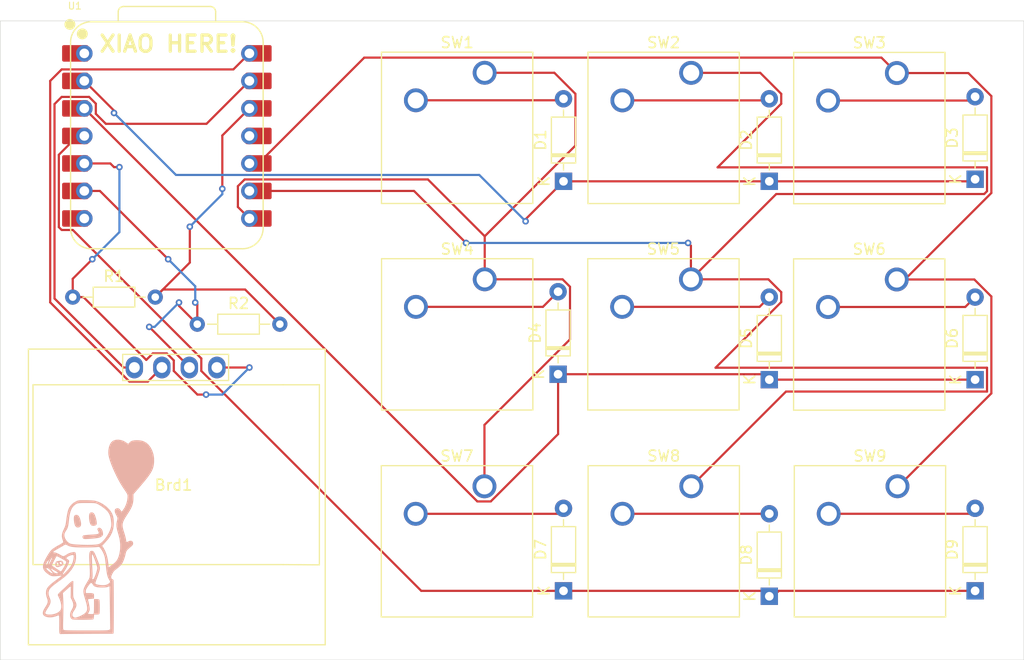
<source format=kicad_pcb>
(kicad_pcb (version 20240108) (generator "pcbnew") (generator_version "8.0")
  (layers (0 "F.Cu" signal) (31 "B.Cu" signal) (34 "B.Paste" user) (35 "F.Paste" user) (36 "B.SilkS" user "B.Silkscreen") (37 "F.SilkS" user "F.Silkscreen") (38 "B.Mask" user) (39 "F.Mask" user) (44 "Edge.Cuts" user))
  (net 0 "")
  (net 1 "Net-(Brd1-SCL)")
  (net 2 "Net-(Brd1-GND)")
  (net 3 "Net-(Brd1-SDA)")
  (net 4 "Net-(Brd1-VCC)")
  (net 5 "Net-(D1-A)")
  (net 6 "Net-(D1-K)")
  (net 7 "Net-(D4-K)")
  (net 8 "Net-(D7-K)")
  (net 10 "Net-(U1-3V3)")
  (net 11 "Net-(U1-GPIO4{slash}MISO)")
  (net 13 "Net-(D2-A)")
  (net 14 "Net-(D3-A)")
  (net 15 "Net-(D4-A)")
  (net 16 "Net-(D5-A)")
  (net 17 "Net-(D6-A)")
  (net 18 "Net-(D7-A)")
  (net 19 "Net-(D8-A)")
  (net 20 "Net-(D9-A)")
  (net 21 "Net-(U1-GPIO1{slash}RX)")
  (net 22 "Net-(U1-GPIO2{slash}SCK)")
  (footprint "Xiao Sries:XIAO-RP2040-DIP" (layer "F.Cu") (at 110.88 75.62)
    (property "Reference" "U1" (at -8.5 -12 0) (layer "F.SilkS") (effects (font (size 0.635 0.635) (thickness 0.1016))))
    (property "Value" "XIAO-RP2040-DIP")
    (pad "1" smd roundrect (at -8.455 -7.62 180) (size 2.432 1.524) (layers "F.Cu" "F.Mask") (roundrect_rratio 0.1))
    (pad "1" thru_hole circle (at -7.62 -7.62 180) (size 1.524 1.524) (drill 0.889) (layers "*.Cu" "*.Mask"))
    (pad "2" smd roundrect (at -8.455 -5.08 180) (size 2.432 1.524) (layers "F.Cu" "F.Mask") (roundrect_rratio 0.1) (net 6 "Net-(D1-K)"))
    (pad "2" thru_hole circle (at -7.62 -5.08 180) (size 1.524 1.524) (drill 0.889) (layers "*.Cu" "*.Mask") (net 6 "Net-(D1-K)"))
    (pad "3" smd roundrect (at -8.455 -2.54 180) (size 2.432 1.524) (layers "F.Cu" "F.Mask") (roundrect_rratio 0.1) (net 7 "Net-(D4-K)"))
    (pad "3" thru_hole circle (at -7.62 -2.54 180) (size 1.524 1.524) (drill 0.889) (layers "*.Cu" "*.Mask") (net 7 "Net-(D4-K)"))
    (pad "4" smd roundrect (at -8.455 0 180) (size 2.432 1.524) (layers "F.Cu" "F.Mask") (roundrect_rratio 0.1) (net 8 "Net-(D7-K)"))
    (pad "4" thru_hole circle (at -7.62 0 180) (size 1.524 1.524) (drill 0.889) (layers "*.Cu" "*.Mask") (net 8 "Net-(D7-K)"))
    (pad "5" smd roundrect (at -8.455 2.54 180) (size 2.432 1.524) (layers "F.Cu" "F.Mask") (roundrect_rratio 0.1) (net 3 "Net-(Brd1-SDA)"))
    (pad "5" thru_hole circle (at -7.62 2.54 180) (size 1.524 1.524) (drill 0.889) (layers "*.Cu" "*.Mask") (net 3 "Net-(Brd1-SDA)"))
    (pad "6" smd roundrect (at -8.455 5.08 180) (size 2.432 1.524) (layers "F.Cu" "F.Mask") (roundrect_rratio 0.1) (net 1 "Net-(Brd1-SCL)"))
    (pad "6" thru_hole circle (at -7.62 5.08 180) (size 1.524 1.524) (drill 0.889) (layers "*.Cu" "*.Mask") (net 1 "Net-(Brd1-SCL)"))
    (pad "7" smd roundrect (at -8.455 7.62 180) (size 2.432 1.524) (layers "F.Cu" "F.Mask") (roundrect_rratio 0.1))
    (pad "7" thru_hole circle (at -7.62 7.62 180) (size 1.524 1.524) (drill 0.889) (layers "*.Cu" "*.Mask"))
    (pad "8" thru_hole circle (at 7.62 7.62) (size 1.524 1.524) (drill 0.889) (layers "*.Cu" "*.Mask") (net 21 "Net-(U1-GPIO1{slash}RX)"))
    (pad "8" smd roundrect (at 8.455 7.62) (size 2.432 1.524) (layers "F.Cu" "F.Mask") (roundrect_rratio 0.1) (net 21 "Net-(U1-GPIO1{slash}RX)"))
    (pad "9" thru_hole circle (at 7.62 5.08) (size 1.524 1.524) (drill 0.889) (layers "*.Cu" "*.Mask") (net 22 "Net-(U1-GPIO2{slash}SCK)"))
    (pad "9" smd roundrect (at 8.455 5.08) (size 2.432 1.524) (layers "F.Cu" "F.Mask") (roundrect_rratio 0.1) (net 22 "Net-(U1-GPIO2{slash}SCK)"))
    (pad "10" thru_hole circle (at 7.62 2.54) (size 1.524 1.524) (drill 0.889) (layers "*.Cu" "*.Mask") (net 11 "Net-(U1-GPIO4{slash}MISO)"))
    (pad "10" smd roundrect (at 8.455 2.54) (size 2.432 1.524) (layers "F.Cu" "F.Mask") (roundrect_rratio 0.1) (net 11 "Net-(U1-GPIO4{slash}MISO)"))
    (pad "11" thru_hole circle (at 7.62 0) (size 1.524 1.524) (drill 0.889) (layers "*.Cu" "*.Mask"))
    (pad "11" smd roundrect (at 8.455 0) (size 2.432 1.524) (layers "F.Cu" "F.Mask") (roundrect_rratio 0.1))
    (pad "12" thru_hole circle (at 7.62 -2.54) (size 1.524 1.524) (drill 0.889) (layers "*.Cu" "*.Mask") (net 10 "Net-(U1-3V3)"))
    (pad "12" smd roundrect (at 8.455 -2.54) (size 2.432 1.524) (layers "F.Cu" "F.Mask") (roundrect_rratio 0.1) (net 10 "Net-(U1-3V3)"))
    (pad "13" thru_hole circle (at 7.62 -5.08) (size 1.524 1.524) (drill 0.889) (layers "*.Cu" "*.Mask") (net 2 "Net-(Brd1-GND)"))
    (pad "13" smd roundrect (at 8.455 -5.08) (size 2.432 1.524) (layers "F.Cu" "F.Mask") (roundrect_rratio 0.1) (net 2 "Net-(Brd1-GND)"))
    (pad "14" thru_hole circle (at 7.62 -7.62) (size 1.524 1.524) (drill 0.889) (layers "*.Cu" "*.Mask") (net 4 "Net-(Brd1-VCC)"))
    (pad "14" smd roundrect (at 8.455 -7.62) (size 2.432 1.524) (layers "F.Cu" "F.Mask") (roundrect_rratio 0.1) (net 4 "Net-(Brd1-VCC)"))
  )
  (footprint "Diode_THT:D_DO-35_SOD27_P7.62mm_Horizontal" (layer "F.Cu") (at 185.5 98.12 90)
    (property "Reference" "D6" (at 3.81 -2.12 90) (layer "F.SilkS"))
    (property "Value" "1N4148")
    (fp_text user "K" (at 0 -1.8 90) (layer "F.SilkS"))
    (pad "1" thru_hole rect (at 0 0 90) (size 1.6 1.6) (drill 0.8) (layers "*.Cu" "*.Mask") (net 7 "Net-(D4-K)"))
    (pad "2" thru_hole oval (at 7.62 0 90) (size 1.6 1.6) (drill 0.8) (layers "*.Cu" "*.Mask") (net 17 "Net-(D6-A)"))
  )
  (footprint "Library:SW_Cherry_MX_1.00u_PCB" (layer "F.Cu") (at 178.275583 69.814265)
    (property "Reference" "SW3" (at -2.54 -2.794 0) (layer "F.SilkS"))
    (property "Value" "SW_Push")
    (pad "" np_thru_hole circle (at -7.62 5.08) (size 1.7 1.7) (drill 1.7) (layers "*.Cu" "*.Mask"))
    (pad "" np_thru_hole circle (at -2.54 5.08) (size 4 4) (drill 4) (layers "*.Cu" "*.Mask"))
    (pad "" np_thru_hole circle (at 2.54 5.08) (size 1.7 1.7) (drill 1.7) (layers "*.Cu" "*.Mask"))
    (pad "1" thru_hole circle (at 0 0) (size 2.2 2.2) (drill 1.5) (layers "*.Cu" "*.Mask") (net 11 "Net-(U1-GPIO4{slash}MISO)"))
    (pad "2" thru_hole circle (at -6.35 2.54) (size 2.2 2.2) (drill 1.5) (layers "*.Cu" "*.Mask") (net 14 "Net-(D3-A)"))
  )
  (footprint "Diode_THT:D_DO-35_SOD27_P7.62mm_Horizontal" (layer "F.Cu") (at 147.5 79.81 90)
    (property "Reference" "D1" (at 3.81 -2.12 90) (layer "F.SilkS"))
    (property "Value" "1N4148")
    (fp_text user "K" (at 0 -1.8 90) (layer "F.SilkS"))
    (pad "1" thru_hole rect (at 0 0 90) (size 1.6 1.6) (drill 0.8) (layers "*.Cu" "*.Mask") (net 6 "Net-(D1-K)"))
    (pad "2" thru_hole oval (at 7.62 0 90) (size 1.6 1.6) (drill 0.8) (layers "*.Cu" "*.Mask") (net 5 "Net-(D1-A)"))
  )
  (footprint "Diode_THT:D_DO-35_SOD27_P7.62mm_Horizontal" (layer "F.Cu") (at 185.5 79.62 90)
    (property "Reference" "D3" (at 3.81 -2.12 90) (layer "F.SilkS"))
    (property "Value" "1N4148")
    (fp_text user "K" (at 0 -1.8 90) (layer "F.SilkS"))
    (pad "1" thru_hole rect (at 0 0 90) (size 1.6 1.6) (drill 0.8) (layers "*.Cu" "*.Mask") (net 6 "Net-(D1-K)"))
    (pad "2" thru_hole oval (at 7.62 0 90) (size 1.6 1.6) (drill 0.8) (layers "*.Cu" "*.Mask") (net 14 "Net-(D3-A)"))
  )
  (footprint "Library:SW_Cherry_MX_1.00u_PCB" (layer "F.Cu") (at 140.226126 88.858561)
    (property "Reference" "SW4" (at -2.54 -2.794 0) (layer "F.SilkS"))
    (property "Value" "SW_Push")
    (pad "" np_thru_hole circle (at -7.62 5.08) (size 1.7 1.7) (drill 1.7) (layers "*.Cu" "*.Mask"))
    (pad "" np_thru_hole circle (at -2.54 5.08) (size 4 4) (drill 4) (layers "*.Cu" "*.Mask"))
    (pad "" np_thru_hole circle (at 2.54 5.08) (size 1.7 1.7) (drill 1.7) (layers "*.Cu" "*.Mask"))
    (pad "1" thru_hole circle (at 0 0) (size 2.2 2.2) (drill 1.5) (layers "*.Cu" "*.Mask") (net 21 "Net-(U1-GPIO1{slash}RX)"))
    (pad "2" thru_hole circle (at -6.35 2.54) (size 2.2 2.2) (drill 1.5) (layers "*.Cu" "*.Mask") (net 15 "Net-(D4-A)"))
  )
  (footprint "Diode_THT:D_DO-35_SOD27_P7.62mm_Horizontal" (layer "F.Cu") (at 147.5 117.62 90)
    (property "Reference" "D7" (at 3.81 -2.12 90) (layer "F.SilkS"))
    (property "Value" "1N4148")
    (fp_text user "K" (at 0 -1.8 90) (layer "F.SilkS"))
    (pad "1" thru_hole rect (at 0 0 90) (size 1.6 1.6) (drill 0.8) (layers "*.Cu" "*.Mask") (net 8 "Net-(D7-K)"))
    (pad "2" thru_hole oval (at 7.62 0 90) (size 1.6 1.6) (drill 0.8) (layers "*.Cu" "*.Mask") (net 18 "Net-(D7-A)"))
  )
  (footprint "Library:SW_Cherry_MX_1.00u_PCB" (layer "F.Cu") (at 140.22 69.79)
    (property "Reference" "SW1" (at -2.54 -2.794 0) (layer "F.SilkS"))
    (property "Value" "SW_Push")
    (pad "" np_thru_hole circle (at -7.62 5.08) (size 1.7 1.7) (drill 1.7) (layers "*.Cu" "*.Mask"))
    (pad "" np_thru_hole circle (at -2.54 5.08) (size 4 4) (drill 4) (layers "*.Cu" "*.Mask"))
    (pad "" np_thru_hole circle (at 2.54 5.08) (size 1.7 1.7) (drill 1.7) (layers "*.Cu" "*.Mask"))
    (pad "1" thru_hole circle (at 0 0) (size 2.2 2.2) (drill 1.5) (layers "*.Cu" "*.Mask") (net 21 "Net-(U1-GPIO1{slash}RX)"))
    (pad "2" thru_hole circle (at -6.35 2.54) (size 2.2 2.2) (drill 1.5) (layers "*.Cu" "*.Mask") (net 5 "Net-(D1-A)"))
  )
  (footprint "Resistor_THT:R_Axial_DIN0204_L3.6mm_D1.6mm_P7.62mm_Horizontal" (layer "F.Cu") (at 102.19 90.5)
    (property "Reference" "R1" (at 3.81 -1.92 0) (layer "F.SilkS"))
    (property "Value" "R")
    (pad "1" thru_hole circle (at 0 0) (size 1.4 1.4) (drill 0.7) (layers "*.Cu" "*.Mask") (net 3 "Net-(Brd1-SDA)"))
    (pad "2" thru_hole oval (at 7.62 0) (size 1.4 1.4) (drill 0.7) (layers "*.Cu" "*.Mask") (net 10 "Net-(U1-3V3)"))
  )
  (footprint "Library:SW_Cherry_MX_1.00u_PCB" (layer "F.Cu") (at 159.282755 69.797358)
    (property "Reference" "SW2" (at -2.54 -2.794 0) (layer "F.SilkS"))
    (property "Value" "SW_Push")
    (pad "" np_thru_hole circle (at -7.62 5.08) (size 1.7 1.7) (drill 1.7) (layers "*.Cu" "*.Mask"))
    (pad "" np_thru_hole circle (at -2.54 5.08) (size 4 4) (drill 4) (layers "*.Cu" "*.Mask"))
    (pad "" np_thru_hole circle (at 2.54 5.08) (size 1.7 1.7) (drill 1.7) (layers "*.Cu" "*.Mask"))
    (pad "1" thru_hole circle (at 0 0) (size 2.2 2.2) (drill 1.5) (layers "*.Cu" "*.Mask") (net 22 "Net-(U1-GPIO2{slash}SCK)"))
    (pad "2" thru_hole circle (at -6.35 2.54) (size 2.2 2.2) (drill 1.5) (layers "*.Cu" "*.Mask") (net 13 "Net-(D2-A)"))
  )
  (footprint "Diode_THT:D_DO-35_SOD27_P7.62mm_Horizontal" (layer "F.Cu") (at 147 97.62 90)
    (property "Reference" "D4" (at 3.81 -2.12 90) (layer "F.SilkS"))
    (property "Value" "1N4148")
    (fp_text user "K" (at 0 -1.8 90) (layer "F.SilkS"))
    (pad "1" thru_hole rect (at 0 0 90) (size 1.6 1.6) (drill 0.8) (layers "*.Cu" "*.Mask") (net 7 "Net-(D4-K)"))
    (pad "2" thru_hole oval (at 7.62 0 90) (size 1.6 1.6) (drill 0.8) (layers "*.Cu" "*.Mask") (net 15 "Net-(D4-A)"))
  )
  (footprint "Diode_THT:D_DO-35_SOD27_P7.62mm_Horizontal" (layer "F.Cu") (at 166.5 98.12 90)
    (property "Reference" "D5" (at 3.81 -2.12 90) (layer "F.SilkS"))
    (property "Value" "1N4148")
    (fp_text user "K" (at 0 -1.8 90) (layer "F.SilkS"))
    (pad "1" thru_hole rect (at 0 0 90) (size 1.6 1.6) (drill 0.8) (layers "*.Cu" "*.Mask") (net 7 "Net-(D4-K)"))
    (pad "2" thru_hole oval (at 7.62 0 90) (size 1.6 1.6) (drill 0.8) (layers "*.Cu" "*.Mask") (net 16 "Net-(D5-A)"))
  )
  (footprint "Library:SW_Cherry_MX_1.00u_PCB" (layer "F.Cu") (at 178.332934 107.964732)
    (property "Reference" "SW9" (at -2.54 -2.794 0) (layer "F.SilkS"))
    (property "Value" "SW_Push")
    (pad "" np_thru_hole circle (at -7.62 5.08) (size 1.7 1.7) (drill 1.7) (layers "*.Cu" "*.Mask"))
    (pad "" np_thru_hole circle (at -2.54 5.08) (size 4 4) (drill 4) (layers "*.Cu" "*.Mask"))
    (pad "" np_thru_hole circle (at 2.54 5.08) (size 1.7 1.7) (drill 1.7) (layers "*.Cu" "*.Mask"))
    (pad "1" thru_hole circle (at 0 0) (size 2.2 2.2) (drill 1.5) (layers "*.Cu" "*.Mask") (net 11 "Net-(U1-GPIO4{slash}MISO)"))
    (pad "2" thru_hole circle (at -6.35 2.54) (size 2.2 2.2) (drill 1.5) (layers "*.Cu" "*.Mask") (net 20 "Net-(D9-A)"))
  )
  (footprint "Diode_THT:D_DO-35_SOD27_P7.62mm_Horizontal" (layer "F.Cu") (at 166.5 79.81 90)
    (property "Reference" "D2" (at 3.81 -2.12 90) (layer "F.SilkS"))
    (property "Value" "1N4148")
    (fp_text user "K" (at 0 -1.8 90) (layer "F.SilkS"))
    (pad "1" thru_hole rect (at 0 0 90) (size 1.6 1.6) (drill 0.8) (layers "*.Cu" "*.Mask") (net 6 "Net-(D1-K)"))
    (pad "2" thru_hole oval (at 7.62 0 90) (size 1.6 1.6) (drill 0.8) (layers "*.Cu" "*.Mask") (net 13 "Net-(D2-A)"))
  )
  (footprint "Diode_THT:D_DO-35_SOD27_P7.62mm_Horizontal" (layer "F.Cu") (at 166.5 118.12 90)
    (property "Reference" "D8" (at 3.81 -2.12 90) (layer "F.SilkS"))
    (property "Value" "1N4148")
    (fp_text user "K" (at 0 -1.8 90) (layer "F.SilkS"))
    (pad "1" thru_hole rect (at 0 0 90) (size 1.6 1.6) (drill 0.8) (layers "*.Cu" "*.Mask") (net 8 "Net-(D7-K)"))
    (pad "2" thru_hole oval (at 7.62 0 90) (size 1.6 1.6) (drill 0.8) (layers "*.Cu" "*.Mask") (net 19 "Net-(D8-A)"))
  )
  (footprint "Library:SW_Cherry_MX_1.00u_PCB" (layer "F.Cu") (at 159.26317 88.858561)
    (property "Reference" "SW5" (at -2.54 -2.794 0) (layer "F.SilkS"))
    (property "Value" "SW_Push")
    (pad "" np_thru_hole circle (at -7.62 5.08) (size 1.7 1.7) (drill 1.7) (layers "*.Cu" "*.Mask"))
    (pad "" np_thru_hole circle (at -2.54 5.08) (size 4 4) (drill 4) (layers "*.Cu" "*.Mask"))
    (pad "" np_thru_hole circle (at 2.54 5.08) (size 1.7 1.7) (drill 1.7) (layers "*.Cu" "*.Mask"))
    (pad "1" thru_hole circle (at 0 0) (size 2.2 2.2) (drill 1.5) (layers "*.Cu" "*.Mask") (net 22 "Net-(U1-GPIO2{slash}SCK)"))
    (pad "2" thru_hole circle (at -6.35 2.54) (size 2.2 2.2) (drill 1.5) (layers "*.Cu" "*.Mask") (net 16 "Net-(D5-A)"))
  )
  (footprint "Library:SW_Cherry_MX_1.00u_PCB" (layer "F.Cu") (at 178.26636 88.872531)
    (property "Reference" "SW6" (at -2.54 -2.794 0) (layer "F.SilkS"))
    (property "Value" "SW_Push")
    (pad "" np_thru_hole circle (at -7.62 5.08) (size 1.7 1.7) (drill 1.7) (layers "*.Cu" "*.Mask"))
    (pad "" np_thru_hole circle (at -2.54 5.08) (size 4 4) (drill 4) (layers "*.Cu" "*.Mask"))
    (pad "" np_thru_hole circle (at 2.54 5.08) (size 1.7 1.7) (drill 1.7) (layers "*.Cu" "*.Mask"))
    (pad "1" thru_hole circle (at 0 0) (size 2.2 2.2) (drill 1.5) (layers "*.Cu" "*.Mask") (net 11 "Net-(U1-GPIO4{slash}MISO)"))
    (pad "2" thru_hole circle (at -6.35 2.54) (size 2.2 2.2) (drill 1.5) (layers "*.Cu" "*.Mask") (net 17 "Net-(D6-A)"))
  )
  (footprint "Library:SW_Cherry_MX_1.00u_PCB" (layer "F.Cu") (at 140.201647 107.96646)
    (property "Reference" "SW7" (at -2.54 -2.794 0) (layer "F.SilkS"))
    (property "Value" "SW_Push")
    (pad "" np_thru_hole circle (at -7.62 5.08) (size 1.7 1.7) (drill 1.7) (layers "*.Cu" "*.Mask"))
    (pad "" np_thru_hole circle (at -2.54 5.08) (size 4 4) (drill 4) (layers "*.Cu" "*.Mask"))
    (pad "" np_thru_hole circle (at 2.54 5.08) (size 1.7 1.7) (drill 1.7) (layers "*.Cu" "*.Mask"))
    (pad "1" thru_hole circle (at 0 0) (size 2.2 2.2) (drill 1.5) (layers "*.Cu" "*.Mask") (net 21 "Net-(U1-GPIO1{slash}RX)"))
    (pad "2" thru_hole circle (at -6.35 2.54) (size 2.2 2.2) (drill 1.5) (layers "*.Cu" "*.Mask") (net 18 "Net-(D7-A)"))
  )
  (footprint "ssd1306:128x64OLED" (layer "F.Cu") (at 111.5 107.6)
    (property "Reference" "Brd1" (at 0 0.254 0) (layer "F.SilkS"))
    (property "Value" "SSD1306")
    (pad "1" thru_hole oval (at -3.62 -10.6 90) (size 2 1.6) (drill 1) (layers "*.Cu" "*.Mask") (net 2 "Net-(Brd1-GND)"))
    (pad "2" thru_hole oval (at -1.08 -10.6 90) (size 2 1.6) (drill 1) (layers "*.Cu" "*.Mask") (net 4 "Net-(Brd1-VCC)"))
    (pad "3" thru_hole oval (at 1.46 -10.6 90) (size 2 1.6) (drill 1) (layers "*.Cu" "*.Mask") (net 1 "Net-(Brd1-SCL)"))
    (pad "4" thru_hole oval (at 4 -10.6 90) (size 2 1.6) (drill 1) (layers "*.Cu" "*.Mask") (net 3 "Net-(Brd1-SDA)"))
  )
  (footprint "Library:SW_Cherry_MX_1.00u_PCB" (layer "F.Cu") (at 159.29589 107.964732)
    (property "Reference" "SW8" (at -2.54 -2.794 0) (layer "F.SilkS"))
    (property "Value" "SW_Push")
    (pad "" np_thru_hole circle (at -7.62 5.08) (size 1.7 1.7) (drill 1.7) (layers "*.Cu" "*.Mask"))
    (pad "" np_thru_hole circle (at -2.54 5.08) (size 4 4) (drill 4) (layers "*.Cu" "*.Mask"))
    (pad "" np_thru_hole circle (at 2.54 5.08) (size 1.7 1.7) (drill 1.7) (layers "*.Cu" "*.Mask"))
    (pad "1" thru_hole circle (at 0 0) (size 2.2 2.2) (drill 1.5) (layers "*.Cu" "*.Mask") (net 22 "Net-(U1-GPIO2{slash}SCK)"))
    (pad "2" thru_hole circle (at -6.35 2.54) (size 2.2 2.2) (drill 1.5) (layers "*.Cu" "*.Mask") (net 19 "Net-(D8-A)"))
  )
  (footprint "Resistor_THT:R_Axial_DIN0204_L3.6mm_D1.6mm_P7.62mm_Horizontal" (layer "F.Cu") (at 113.69 93)
    (property "Reference" "R2" (at 3.81 -1.92 0) (layer "F.SilkS"))
    (property "Value" "R")
    (pad "1" thru_hole circle (at 0 0) (size 1.4 1.4) (drill 0.7) (layers "*.Cu" "*.Mask") (net 1 "Net-(Brd1-SCL)"))
    (pad "2" thru_hole oval (at 7.62 0) (size 1.4 1.4) (drill 0.7) (layers "*.Cu" "*.Mask") (net 10 "Net-(U1-3V3)"))
  )
  (footprint "Diode_THT:D_DO-35_SOD27_P7.62mm_Horizontal" (layer "F.Cu") (at 185.5 117.62 90)
    (property "Reference" "D9" (at 3.81 -2.12 90) (layer "F.SilkS"))
    (property "Value" "1N4148")
    (fp_text user "K" (at 0 -1.8 90) (layer "F.SilkS"))
    (pad "1" thru_hole rect (at 0 0 90) (size 1.6 1.6) (drill 0.8) (layers "*.Cu" "*.Mask") (net 8 "Net-(D7-K)"))
    (pad "2" thru_hole oval (at 7.62 0 90) (size 1.6 1.6) (drill 0.8) (layers "*.Cu" "*.Mask") (net 20 "Net-(D9-A)"))
  )
  (footprint "LOGO" (layer "B.Cu") (at 104 113 180)
    (property "Reference" "G***" (hide yes))
    (property "Value" "LOGO" (hide yes))
  )
  (gr_rect (start 95.5 65) (end 190 124) (stroke (width 0.05)) (fill none) (layer "Edge.Cuts"))
  (gr_text "XIAO HERE!" (at 104.5 68 0) (layer "F.SilkS") (effects (font (size 1.5 1.5) (thickness 0.3) (bold yes)) (justify left bottom)))
  (segment (start 113.69 91.19) (end 113.69 93) (width 0.2) (layer "F.Cu") (net 1))
  (segment (start 103.26 80.7) (end 104.7 80.7) (width 0.2) (layer "F.Cu") (net 1))
  (segment (start 112 91.31) (end 113.69 93) (width 0.2) (layer "F.Cu") (net 1))
  (segment (start 112.96 97) (end 112.96 96.96) (width 0.2) (layer "F.Cu") (net 1))
  (segment (start 104.7 80.7) (end 111 87) (width 0.2) (layer "F.Cu") (net 1))
  (segment (start 113.5 91) (end 113.69 91.19) (width 0.2) (layer "F.Cu") (net 1))
  (segment (start 112.96 96.96) (end 109.25 93.25) (width 0.2) (layer "F.Cu") (net 1))
  (segment (start 112 91) (end 112 91.31) (width 0.2) (layer "F.Cu") (net 1))
  (via (at 112 91) (size 0.6) (drill 0.3) (layers "F.Cu" "B.Cu") (net 1))
  (via (at 111 87) (size 0.6) (drill 0.3) (layers "F.Cu" "B.Cu") (net 1))
  (via (at 109.25 93.25) (size 0.6) (drill 0.3) (layers "F.Cu" "B.Cu") (net 1))
  (via (at 113.5 91) (size 0.6) (drill 0.3) (layers "F.Cu" "B.Cu") (net 1))
  (segment (start 109.75 93.25) (end 112 91) (width 0.2) (layer "B.Cu") (net 1))
  (segment (start 109.25 93.25) (end 109.75 93.25) (width 0.2) (layer "B.Cu") (net 1))
  (segment (start 111 87) (end 113.5 89.5) (width 0.2) (layer "B.Cu") (net 1))
  (segment (start 113.5 89.5) (end 113.5 91) (width 0.2) (layer "B.Cu") (net 1))
  (segment (start 103.699895 72.018) (end 104.322 72.640105) (width 0.2) (layer "F.Cu") (net 2))
  (segment (start 100.509 72.678786) (end 101.169786 72.018) (width 0.2) (layer "F.Cu") (net 2))
  (segment (start 114.54 74.5) (end 118.5 70.54) (width 0.2) (layer "F.Cu") (net 2))
  (segment (start 105.245686 74.5) (end 114.54 74.5) (width 0.2) (layer "F.Cu") (net 2))
  (segment (start 106.88 97) (end 100.509 90.629) (width 0.2) (layer "F.Cu") (net 2))
  (segment (start 100.509 90.629) (end 100.509 72.678786) (width 0.2) (layer "F.Cu") (net 2))
  (segment (start 101.169786 72.018) (end 103.699895 72.018) (width 0.2) (layer "F.Cu") (net 2))
  (segment (start 104.322 72.640105) (end 104.322 73.576314) (width 0.2) (layer "F.Cu") (net 2))
  (segment (start 107.88 97) (end 106.88 97) (width 0.2) (layer "F.Cu") (net 2))
  (segment (start 104.322 73.576314) (end 105.245686 74.5) (width 0.2) (layer "F.Cu") (net 2))
  (segment (start 102.19 90.5) (end 103.179949 90.5) (width 0.2) (layer "F.Cu") (net 3))
  (segment (start 109.580051 95.7) (end 110.875635 95.7) (width 0.2) (layer "F.Cu") (net 3))
  (segment (start 108.98 96.300051) (end 109.580051 95.7) (width 0.2) (layer "F.Cu") (net 3))
  (segment (start 106 78.5) (end 105.66 78.16) (width 0.2) (layer "F.Cu") (net 3))
  (segment (start 103.179949 90.5) (end 108.98 96.300051) (width 0.2) (layer "F.Cu") (net 3))
  (segment (start 111.52 97.315635) (end 113.704365 99.5) (width 0.2) (layer "F.Cu") (net 3))
  (segment (start 110.875635 95.7) (end 111.52 96.344365) (width 0.2) (layer "F.Cu") (net 3))
  (segment (start 102.19 90.5) (end 102.19 88.81) (width 0.2) (layer "F.Cu") (net 3))
  (segment (start 118.5 97) (end 115.5 97) (width 0.2) (layer "F.Cu") (net 3))
  (segment (start 102.19 88.81) (end 104 87) (width 0.2) (layer "F.Cu") (net 3))
  (segment (start 106.5 78.5) (end 106 78.5) (width 0.2) (layer "F.Cu") (net 3))
  (segment (start 113.704365 99.5) (end 114.5 99.5) (width 0.2) (layer "F.Cu") (net 3))
  (segment (start 105.66 78.16) (end 103.26 78.16) (width 0.2) (layer "F.Cu") (net 3))
  (segment (start 111.52 96.344365) (end 111.52 97.315635) (width 0.2) (layer "F.Cu") (net 3))
  (via (at 114.5 99.5) (size 0.6) (drill 0.3) (layers "F.Cu" "B.Cu") (net 3))
  (via (at 118.5 97) (size 0.6) (drill 0.3) (layers "F.Cu" "B.Cu") (net 3))
  (via (at 104 87) (size 0.6) (drill 0.3) (layers "F.Cu" "B.Cu") (net 3))
  (via (at 106.5 78.5) (size 0.6) (drill 0.3) (layers "F.Cu" "B.Cu") (net 3))
  (segment (start 114.5 99.5) (end 116 99.5) (width 0.2) (layer "B.Cu") (net 3))
  (segment (start 104 87) (end 106.5 84.5) (width 0.2) (layer "B.Cu") (net 3))
  (segment (start 116 99.5) (end 118.5 97) (width 0.2) (layer "B.Cu") (net 3))
  (segment (start 106.5 84.5) (end 106.5 78.5) (width 0.2) (layer "B.Cu") (net 3))
  (segment (start 101.169786 69.478) (end 117.022 69.478) (width 0.2) (layer "F.Cu") (net 4))
  (segment (start 107.424365 98.3) (end 100.109 90.984635) (width 0.2) (layer "F.Cu") (net 4))
  (segment (start 110.42 97) (end 109.12 98.3) (width 0.2) (layer "F.Cu") (net 4))
  (segment (start 100.109 70.538786) (end 101.169786 69.478) (width 0.2) (layer "F.Cu") (net 4))
  (segment (start 100.109 90.984635) (end 100.109 70.538786) (width 0.2) (layer "F.Cu") (net 4))
  (segment (start 109.12 98.3) (end 107.424365 98.3) (width 0.2) (layer "F.Cu") (net 4))
  (segment (start 117.022 69.478) (end 118.5 68) (width 0.2) (layer "F.Cu") (net 4))
  (segment (start 147.36 72.33) (end 147.5 72.19) (width 0.2) (layer "F.Cu") (net 5))
  (segment (start 133.87 72.33) (end 147.36 72.33) (width 0.2) (layer "F.Cu") (net 5))
  (segment (start 106 73.5) (end 106 73.28) (width 0.2) (layer "F.Cu") (net 6))
  (segment (start 147.5 79.81) (end 144 83.31) (width 0.2) (layer "F.Cu") (net 6))
  (segment (start 147.5 79.81) (end 166.5 79.81) (width 0.2) (layer "F.Cu") (net 6))
  (segment (start 106 73.28) (end 103.26 70.54) (width 0.2) (layer "F.Cu") (net 6))
  (segment (start 166.5 79.81) (end 185.31 79.81) (width 0.2) (layer "F.Cu") (net 6))
  (segment (start 144 83.31) (end 144 83.5) (width 0.2) (layer "F.Cu") (net 6))
  (segment (start 185.31 79.81) (end 185.5 79.62) (width 0.2) (layer "F.Cu") (net 6))
  (via (at 144 83.5) (size 0.6) (drill 0.3) (layers "F.Cu" "B.Cu") (net 6))
  (via (at 106 73.5) (size 0.6) (drill 0.3) (layers "F.Cu" "B.Cu") (net 6))
  (segment (start 139.722 79.222) (end 111.722 79.222) (width 0.2) (layer "B.Cu") (net 6))
  (segment (start 144 83.5) (end 139.722 79.222) (width 0.2) (layer "B.Cu") (net 6))
  (segment (start 111.722 79.222) (end 106 73.5) (width 0.2) (layer "B.Cu") (net 6))
  (segment (start 140.781546 109.36646) (end 139.54646 109.36646) (width 0.2) (layer "F.Cu") (net 7))
  (segment (start 147 97.62) (end 166 97.62) (width 0.2) (layer "F.Cu") (net 7))
  (segment (start 166.5 98.12) (end 185.5 98.12) (width 0.2) (layer "F.Cu") (net 7))
  (segment (start 139.54646 109.36646) (end 103.26 73.08) (width 0.2) (layer "F.Cu") (net 7))
  (segment (start 147 103.148006) (end 140.781546 109.36646) (width 0.2) (layer "F.Cu") (net 7))
  (segment (start 147 97.62) (end 147 103.148006) (width 0.2) (layer "F.Cu") (net 7))
  (segment (start 166 97.62) (end 166.5 98.12) (width 0.2) (layer "F.Cu") (net 7))
  (segment (start 167.38 117.62) (end 185.5 117.62) (width 0.2) (layer "F.Cu") (net 8))
  (segment (start 166.88 118.12) (end 167.38 117.62) (width 0.2) (layer "F.Cu") (net 8))
  (segment (start 114.06 96.164214) (end 102.197786 84.302) (width 0.2) (layer "F.Cu") (net 8))
  (segment (start 166 117.62) (end 166.5 118.12) (width 0.2) (layer "F.Cu") (net 8))
  (segment (start 166.5 118.12) (end 166.88 118.12) (width 0.2) (layer "F.Cu") (net 8))
  (segment (start 101.169786 84.302) (end 100.909 84.041214) (width 0.2) (layer "F.Cu") (net 8))
  (segment (start 134.364365 117.62) (end 114.06 97.315635) (width 0.2) (layer "F.Cu") (net 8))
  (segment (start 147.5 117.62) (end 134.364365 117.62) (width 0.2) (layer "F.Cu") (net 8))
  (segment (start 147.5 117.62) (end 166 117.62) (width 0.2) (layer "F.Cu") (net 8))
  (segment (start 100.909 77.358786) (end 102.647786 75.62) (width 0.2) (layer "F.Cu") (net 8))
  (segment (start 102.197786 84.302) (end 101.169786 84.302) (width 0.2) (layer "F.Cu") (net 8))
  (segment (start 102.647786 75.62) (end 103.26 75.62) (width 0.2) (layer "F.Cu") (net 8))
  (segment (start 114.06 97.315635) (end 114.06 96.164214) (width 0.2) (layer "F.Cu") (net 8))
  (segment (start 100.909 84.041214) (end 100.909 77.358786) (width 0.2) (layer "F.Cu") (net 8))
  (segment (start 116 75.58) (end 118.5 73.08) (width 0.2) (layer "F.Cu") (net 10))
  (segment (start 121.31 93) (end 118.11 89.8) (width 0.2) (layer "F.Cu") (net 10))
  (segment (start 118.11 89.8) (end 110.51 89.8) (width 0.2) (layer "F.Cu") (net 10))
  (segment (start 109.81 90.5) (end 113 87.31) (width 0.2) (layer "F.Cu") (net 10))
  (segment (start 116 80.5) (end 116 75.58) (width 0.2) (layer "F.Cu") (net 10))
  (segment (start 113 87.31) (end 113 84) (width 0.2) (layer "F.Cu") (net 10))
  (segment (start 110.51 89.8) (end 109.81 90.5) (width 0.2) (layer "F.Cu") (net 10))
  (via (at 113 84) (size 0.6) (drill 0.3) (layers "F.Cu" "B.Cu") (net 10))
  (via (at 116 80.5) (size 0.6) (drill 0.3) (layers "F.Cu" "B.Cu") (net 10))
  (segment (start 116 81) (end 116 80.5) (width 0.2) (layer "B.Cu") (net 10))
  (segment (start 113 84) (end 116 81) (width 0.2) (layer "B.Cu") (net 10))
  (segment (start 187 90.444365) (end 187 99.385685) (width 0.2) (layer "F.Cu") (net 11))
  (segment (start 178.275583 69.814265) (end 176.851318 68.39) (width 0.2) (layer "F.Cu") (net 11))
  (segment (start 129.105 68.39) (end 119.335 78.16) (width 0.2) (layer "F.Cu") (net 11))
  (segment (start 187 80.885686) (end 179.013155 88.872531) (width 0.2) (layer "F.Cu") (net 11))
  (segment (start 176.851318 68.39) (end 129.105 68.39) (width 0.2) (layer "F.Cu") (net 11))
  (segment (start 178.275583 69.814265) (end 184.8699 69.814265) (width 0.2) (layer "F.Cu") (net 11))
  (segment (start 179.013155 88.872531) (end 178.26636 88.872531) (width 0.2) (layer "F.Cu") (net 11))
  (segment (start 178.420953 107.964732) (end 178.332934 107.964732) (width 0.2) (layer "F.Cu") (net 11))
  (segment (start 119.335 78.16) (end 118.5 78.16) (width 0.2) (layer "F.Cu") (net 11))
  (segment (start 184.8699 69.814265) (end 187 71.944365) (width 0.2) (layer "F.Cu") (net 11))
  (segment (start 185.428166 88.872531) (end 187 90.444365) (width 0.2) (layer "F.Cu") (net 11))
  (segment (start 187 71.944365) (end 187 80.885686) (width 0.2) (layer "F.Cu") (net 11))
  (segment (start 187 99.385685) (end 178.420953 107.964732) (width 0.2) (layer "F.Cu") (net 11))
  (segment (start 178.26636 88.872531) (end 185.428166 88.872531) (width 0.2) (layer "F.Cu") (net 11))
  (segment (start 152.932755 72.337358) (end 166.352642 72.337358) (width 0.2) (layer "F.Cu") (net 13))
  (segment (start 166.352642 72.337358) (end 166.5 72.19) (width 0.2) (layer "F.Cu") (net 13))
  (segment (start 185.145735 72.354265) (end 185.5 72) (width 0.2) (layer "F.Cu") (net 14))
  (segment (start 171.925583 72.354265) (end 185.145735 72.354265) (width 0.2) (layer "F.Cu") (net 14))
  (segment (start 145.601439 91.398561) (end 147 90) (width 0.2) (layer "F.Cu") (net 15))
  (segment (start 133.876126 91.398561) (end 145.601439 91.398561) (width 0.2) (layer "F.Cu") (net 15))
  (segment (start 152.91317 91.398561) (end 165.601439 91.398561) (width 0.2) (layer "F.Cu") (net 16))
  (segment (start 165.601439 91.398561) (end 166.5 90.5) (width 0.2) (layer "F.Cu") (net 16))
  (segment (start 171.91636 91.412531) (end 184.587469 91.412531) (width 0.2) (layer "F.Cu") (net 17))
  (segment (start 184.587469 91.412531) (end 185.5 90.5) (width 0.2) (layer "F.Cu") (net 17))
  (segment (start 133.851647 110.50646) (end 146.99354 110.50646) (width 0.2) (layer "F.Cu") (net 18))
  (segment (start 146.99354 110.50646) (end 147.5 110) (width 0.2) (layer "F.Cu") (net 18))
  (segment (start 152.94589 110.504732) (end 166.495268 110.504732) (width 0.2) (layer "F.Cu") (net 19))
  (segment (start 166.495268 110.504732) (end 166.5 110.5) (width 0.2) (layer "F.Cu") (net 19))
  (segment (start 171.982934 110.504732) (end 184.995268 110.504732) (width 0.2) (layer "F.Cu") (net 20))
  (segment (start 184.995268 110.504732) (end 185.5 110) (width 0.2) (layer "F.Cu") (net 20))
  (segment (start 147.414196 88.858561) (end 148.1 89.544365) (width 0.2) (layer "F.Cu") (net 21))
  (segment (start 134.980252 79.638) (end 140.226126 84.883874) (width 0.2) (layer "F.Cu") (net 21))
  (segment (start 140.226126 88.858561) (end 147.414196 88.858561) (width 0.2) (layer "F.Cu") (net 21))
  (segment (start 140.201647 102.298353) (end 140.201647 107.96646) (width 0.2) (layer "F.Cu") (net 21))
  (segment (start 148.6 76.51) (end 140.226126 84.883874) (width 0.2) (layer "F.Cu") (net 21))
  (segment (start 140.226126 84.883874) (end 140.226126 88.858561) (width 0.2) (layer "F.Cu") (net 21))
  (segment (start 140.22 69.79) (end 146.655635 69.79) (width 0.2) (layer "F.Cu") (net 21))
  (segment (start 117.438 82.178) (end 117.438 80.260105) (width 0.2) (layer "F.Cu") (net 21))
  (segment (start 148.6 71.734365) (end 148.6 76.51) (width 0.2) (layer "F.Cu") (net 21))
  (segment (start 118.5 83.24) (end 117.438 82.178) (width 0.2) (layer "F.Cu") (net 21))
  (segment (start 148.1 94.4) (end 140.201647 102.298353) (width 0.2) (layer "F.Cu") (net 21))
  (segment (start 118.060105 79.638) (end 134.980252 79.638) (width 0.2) (layer "F.Cu") (net 21))
  (segment (start 148.1 89.544365) (end 148.1 94.4) (width 0.2) (layer "F.Cu") (net 21))
  (segment (start 146.655635 69.79) (end 148.6 71.734365) (width 0.2) (layer "F.Cu") (net 21))
  (segment (start 117.438 80.260105) (end 118.060105 79.638) (width 0.2) (layer "F.Cu") (net 21))
  (segment (start 159.282755 69.797358) (end 165.662993 69.797358) (width 0.2) (layer "F.Cu") (net 22))
  (segment (start 167.6 72.645635) (end 161.725635 78.52) (width 0.2) (layer "F.Cu") (net 22))
  (segment (start 168.040622 99.22) (end 159.29589 107.964732) (width 0.2) (layer "F.Cu") (net 22))
  (segment (start 186.6 97.02) (end 186.6 99.22) (width 0.2) (layer "F.Cu") (net 22))
  (segment (start 166.414196 88.858561) (end 167.6 90.044365) (width 0.2) (layer "F.Cu") (net 22))
  (segment (start 161.725635 78.52) (end 186.6 78.52) (width 0.2) (layer "F.Cu") (net 22))
  (segment (start 118.5 80.7) (end 133.7 80.7) (width 0.2) (layer "F.Cu") (net 22))
  (segment (start 165.662993 69.797358) (end 167.6 71.734365) (width 0.2) (layer "F.Cu") (net 22))
  (segment (start 159.26317 85.76317) (end 159.26317 88.858561) (width 0.2) (layer "F.Cu") (net 22))
  (segment (start 161.535635 97.02) (end 186.6 97.02) (width 0.2) (layer "F.Cu") (net 22))
  (segment (start 186.6 99.22) (end 168.040622 99.22) (width 0.2) (layer "F.Cu") (net 22))
  (segment (start 133.7 80.7) (end 138.5 85.5) (width 0.2) (layer "F.Cu") (net 22))
  (segment (start 159 85.5) (end 159.26317 85.76317) (width 0.2) (layer "F.Cu") (net 22))
  (segment (start 167.6 71.734365) (end 167.6 72.645635) (width 0.2) (layer "F.Cu") (net 22))
  (segment (start 167.6 90.044365) (end 167.6 90.955635) (width 0.2) (layer "F.Cu") (net 22))
  (segment (start 186.337535 80.982465) (end 167.139266 80.982465) (width 0.2) (layer "F.Cu") (net 22))
  (segment (start 186.6 80.72) (end 186.337535 80.982465) (width 0.2) (layer "F.Cu") (net 22))
  (segment (start 167.139266 80.982465) (end 159.26317 88.858561) (width 0.2) (layer "F.Cu") (net 22))
  (segment (start 167.6 90.955635) (end 161.535635 97.02) (width 0.2) (layer "F.Cu") (net 22))
  (segment (start 186.6 78.52) (end 186.6 80.72) (width 0.2) (layer "F.Cu") (net 22))
  (segment (start 159.26317 88.858561) (end 166.414196 88.858561) (width 0.2) (layer "F.Cu") (net 22))
  (via (at 159 85.5) (size 0.6) (drill 0.3) (layers "F.Cu" "B.Cu") (net 22))
  (via (at 138.5 85.5) (size 0.6) (drill 0.3) (layers "F.Cu" "B.Cu") (net 22))
  (segment (start 138.5 85.5) (end 159 85.5) (width 0.2) (layer "B.Cu") (net 22))
)
</source>
